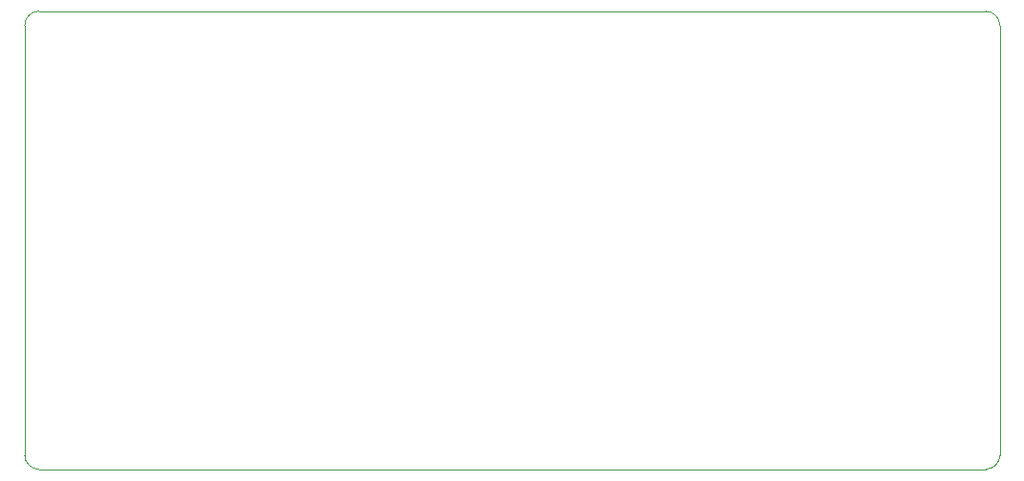
<source format=gbr>
%TF.GenerationSoftware,KiCad,Pcbnew,(5.1.12)-1*%
%TF.CreationDate,2022-03-07T22:28:19-06:00*%
%TF.ProjectId,Power_Board,506f7765-725f-4426-9f61-72642e6b6963,rev?*%
%TF.SameCoordinates,Original*%
%TF.FileFunction,Profile,NP*%
%FSLAX46Y46*%
G04 Gerber Fmt 4.6, Leading zero omitted, Abs format (unit mm)*
G04 Created by KiCad (PCBNEW (5.1.12)-1) date 2022-03-07 22:28:19*
%MOMM*%
%LPD*%
G01*
G04 APERTURE LIST*
%TA.AperFunction,Profile*%
%ADD10C,0.050000*%
%TD*%
G04 APERTURE END LIST*
D10*
X187325000Y-70612000D02*
G75*
G02*
X188595000Y-71882000I0J-1270000D01*
G01*
X188595000Y-109982000D02*
G75*
G02*
X187325000Y-111252000I-1270000J0D01*
G01*
X103505000Y-111252000D02*
G75*
G02*
X102235000Y-109982000I0J1270000D01*
G01*
X102235000Y-71882000D02*
G75*
G02*
X103505000Y-70612000I1270000J0D01*
G01*
X102235000Y-109982000D02*
X102235000Y-71882000D01*
X187325000Y-111252000D02*
X103505000Y-111252000D01*
X188595000Y-71882000D02*
X188595000Y-109982000D01*
X103505000Y-70612000D02*
X187325000Y-70612000D01*
M02*

</source>
